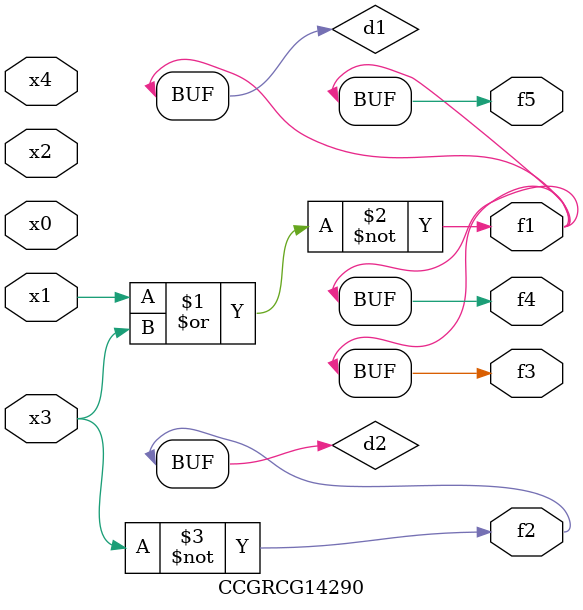
<source format=v>
module CCGRCG14290(
	input x0, x1, x2, x3, x4,
	output f1, f2, f3, f4, f5
);

	wire d1, d2;

	nor (d1, x1, x3);
	not (d2, x3);
	assign f1 = d1;
	assign f2 = d2;
	assign f3 = d1;
	assign f4 = d1;
	assign f5 = d1;
endmodule

</source>
